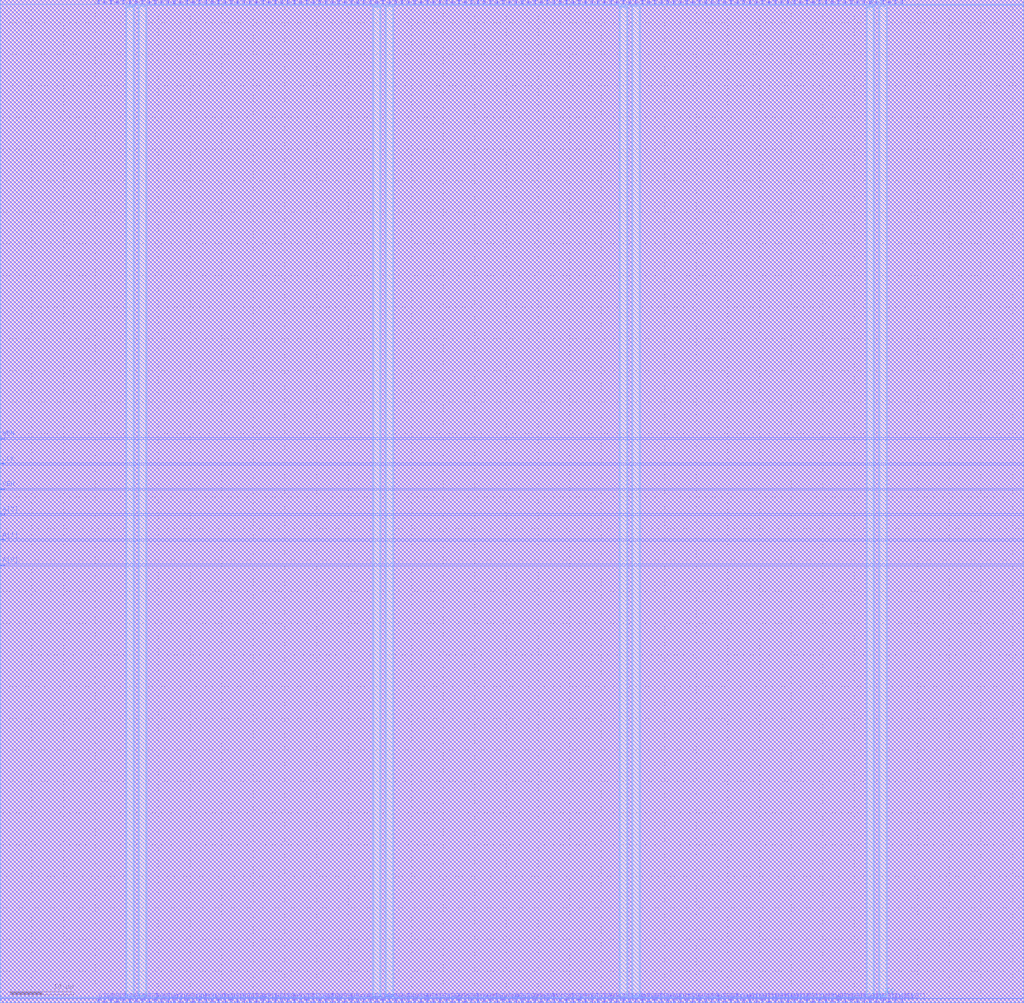
<source format=lef>
##
## LEF for PtnCells ;
## created by Innovus v15.23-s045_1 on Fri Mar  7 01:05:39 2025
##

VERSION 5.8 ;

BUSBITCHARS "[]" ;
DIVIDERCHAR "/" ;

MACRO sram_w16
  CLASS BLOCK ;
  SIZE 161.8000 BY 158.6000 ;
  FOREIGN sram_w16 0.0000 0.0000 ;
  ORIGIN 0 0 ;
  SYMMETRY X Y R90 ;
  PIN CLK
    DIRECTION INPUT ;
    USE SIGNAL ;
    PORT
      LAYER M3 ;
        RECT 0.0000 85.1500 0.6000 85.2500 ;
    END
  END CLK
  PIN D[127]
    DIRECTION INPUT ;
    USE SIGNAL ;
    PORT
      LAYER M2 ;
        RECT 142.4500 0.0000 142.5500 0.5200 ;
    END
  END D[127]
  PIN D[126]
    DIRECTION INPUT ;
    USE SIGNAL ;
    PORT
      LAYER M2 ;
        RECT 141.4500 0.0000 141.5500 0.5200 ;
    END
  END D[126]
  PIN D[125]
    DIRECTION INPUT ;
    USE SIGNAL ;
    PORT
      LAYER M2 ;
        RECT 140.4500 0.0000 140.5500 0.5200 ;
    END
  END D[125]
  PIN D[124]
    DIRECTION INPUT ;
    USE SIGNAL ;
    PORT
      LAYER M2 ;
        RECT 139.4500 0.0000 139.5500 0.5200 ;
    END
  END D[124]
  PIN D[123]
    DIRECTION INPUT ;
    USE SIGNAL ;
    PORT
      LAYER M2 ;
        RECT 138.4500 0.0000 138.5500 0.5200 ;
    END
  END D[123]
  PIN D[122]
    DIRECTION INPUT ;
    USE SIGNAL ;
    PORT
      LAYER M2 ;
        RECT 137.4500 0.0000 137.5500 0.5200 ;
    END
  END D[122]
  PIN D[121]
    DIRECTION INPUT ;
    USE SIGNAL ;
    PORT
      LAYER M2 ;
        RECT 136.4500 0.0000 136.5500 0.5200 ;
    END
  END D[121]
  PIN D[120]
    DIRECTION INPUT ;
    USE SIGNAL ;
    PORT
      LAYER M2 ;
        RECT 135.4500 0.0000 135.5500 0.5200 ;
    END
  END D[120]
  PIN D[119]
    DIRECTION INPUT ;
    USE SIGNAL ;
    PORT
      LAYER M2 ;
        RECT 134.4500 0.0000 134.5500 0.5200 ;
    END
  END D[119]
  PIN D[118]
    DIRECTION INPUT ;
    USE SIGNAL ;
    PORT
      LAYER M2 ;
        RECT 133.4500 0.0000 133.5500 0.5200 ;
    END
  END D[118]
  PIN D[117]
    DIRECTION INPUT ;
    USE SIGNAL ;
    PORT
      LAYER M2 ;
        RECT 132.4500 0.0000 132.5500 0.5200 ;
    END
  END D[117]
  PIN D[116]
    DIRECTION INPUT ;
    USE SIGNAL ;
    PORT
      LAYER M2 ;
        RECT 131.4500 0.0000 131.5500 0.5200 ;
    END
  END D[116]
  PIN D[115]
    DIRECTION INPUT ;
    USE SIGNAL ;
    PORT
      LAYER M2 ;
        RECT 130.4500 0.0000 130.5500 0.5200 ;
    END
  END D[115]
  PIN D[114]
    DIRECTION INPUT ;
    USE SIGNAL ;
    PORT
      LAYER M2 ;
        RECT 129.4500 0.0000 129.5500 0.5200 ;
    END
  END D[114]
  PIN D[113]
    DIRECTION INPUT ;
    USE SIGNAL ;
    PORT
      LAYER M2 ;
        RECT 128.4500 0.0000 128.5500 0.5200 ;
    END
  END D[113]
  PIN D[112]
    DIRECTION INPUT ;
    USE SIGNAL ;
    PORT
      LAYER M2 ;
        RECT 127.4500 0.0000 127.5500 0.5200 ;
    END
  END D[112]
  PIN D[111]
    DIRECTION INPUT ;
    USE SIGNAL ;
    PORT
      LAYER M2 ;
        RECT 126.4500 0.0000 126.5500 0.5200 ;
    END
  END D[111]
  PIN D[110]
    DIRECTION INPUT ;
    USE SIGNAL ;
    PORT
      LAYER M2 ;
        RECT 125.4500 0.0000 125.5500 0.5200 ;
    END
  END D[110]
  PIN D[109]
    DIRECTION INPUT ;
    USE SIGNAL ;
    PORT
      LAYER M2 ;
        RECT 124.4500 0.0000 124.5500 0.5200 ;
    END
  END D[109]
  PIN D[108]
    DIRECTION INPUT ;
    USE SIGNAL ;
    PORT
      LAYER M2 ;
        RECT 123.4500 0.0000 123.5500 0.5200 ;
    END
  END D[108]
  PIN D[107]
    DIRECTION INPUT ;
    USE SIGNAL ;
    PORT
      LAYER M2 ;
        RECT 122.4500 0.0000 122.5500 0.5200 ;
    END
  END D[107]
  PIN D[106]
    DIRECTION INPUT ;
    USE SIGNAL ;
    PORT
      LAYER M2 ;
        RECT 121.4500 0.0000 121.5500 0.5200 ;
    END
  END D[106]
  PIN D[105]
    DIRECTION INPUT ;
    USE SIGNAL ;
    PORT
      LAYER M2 ;
        RECT 120.4500 0.0000 120.5500 0.5200 ;
    END
  END D[105]
  PIN D[104]
    DIRECTION INPUT ;
    USE SIGNAL ;
    PORT
      LAYER M2 ;
        RECT 119.4500 0.0000 119.5500 0.5200 ;
    END
  END D[104]
  PIN D[103]
    DIRECTION INPUT ;
    USE SIGNAL ;
    PORT
      LAYER M2 ;
        RECT 118.4500 0.0000 118.5500 0.5200 ;
    END
  END D[103]
  PIN D[102]
    DIRECTION INPUT ;
    USE SIGNAL ;
    PORT
      LAYER M2 ;
        RECT 117.4500 0.0000 117.5500 0.5200 ;
    END
  END D[102]
  PIN D[101]
    DIRECTION INPUT ;
    USE SIGNAL ;
    PORT
      LAYER M2 ;
        RECT 116.4500 0.0000 116.5500 0.5200 ;
    END
  END D[101]
  PIN D[100]
    DIRECTION INPUT ;
    USE SIGNAL ;
    PORT
      LAYER M2 ;
        RECT 115.4500 0.0000 115.5500 0.5200 ;
    END
  END D[100]
  PIN D[99]
    DIRECTION INPUT ;
    USE SIGNAL ;
    PORT
      LAYER M2 ;
        RECT 114.4500 0.0000 114.5500 0.5200 ;
    END
  END D[99]
  PIN D[98]
    DIRECTION INPUT ;
    USE SIGNAL ;
    PORT
      LAYER M2 ;
        RECT 113.4500 0.0000 113.5500 0.5200 ;
    END
  END D[98]
  PIN D[97]
    DIRECTION INPUT ;
    USE SIGNAL ;
    PORT
      LAYER M2 ;
        RECT 112.4500 0.0000 112.5500 0.5200 ;
    END
  END D[97]
  PIN D[96]
    DIRECTION INPUT ;
    USE SIGNAL ;
    PORT
      LAYER M2 ;
        RECT 111.4500 0.0000 111.5500 0.5200 ;
    END
  END D[96]
  PIN D[95]
    DIRECTION INPUT ;
    USE SIGNAL ;
    PORT
      LAYER M2 ;
        RECT 110.4500 0.0000 110.5500 0.5200 ;
    END
  END D[95]
  PIN D[94]
    DIRECTION INPUT ;
    USE SIGNAL ;
    PORT
      LAYER M2 ;
        RECT 109.4500 0.0000 109.5500 0.5200 ;
    END
  END D[94]
  PIN D[93]
    DIRECTION INPUT ;
    USE SIGNAL ;
    PORT
      LAYER M2 ;
        RECT 108.4500 0.0000 108.5500 0.5200 ;
    END
  END D[93]
  PIN D[92]
    DIRECTION INPUT ;
    USE SIGNAL ;
    PORT
      LAYER M2 ;
        RECT 107.4500 0.0000 107.5500 0.5200 ;
    END
  END D[92]
  PIN D[91]
    DIRECTION INPUT ;
    USE SIGNAL ;
    PORT
      LAYER M2 ;
        RECT 106.4500 0.0000 106.5500 0.5200 ;
    END
  END D[91]
  PIN D[90]
    DIRECTION INPUT ;
    USE SIGNAL ;
    PORT
      LAYER M2 ;
        RECT 105.4500 0.0000 105.5500 0.5200 ;
    END
  END D[90]
  PIN D[89]
    DIRECTION INPUT ;
    USE SIGNAL ;
    PORT
      LAYER M2 ;
        RECT 104.4500 0.0000 104.5500 0.5200 ;
    END
  END D[89]
  PIN D[88]
    DIRECTION INPUT ;
    USE SIGNAL ;
    PORT
      LAYER M2 ;
        RECT 103.4500 0.0000 103.5500 0.5200 ;
    END
  END D[88]
  PIN D[87]
    DIRECTION INPUT ;
    USE SIGNAL ;
    PORT
      LAYER M2 ;
        RECT 102.4500 0.0000 102.5500 0.5200 ;
    END
  END D[87]
  PIN D[86]
    DIRECTION INPUT ;
    USE SIGNAL ;
    PORT
      LAYER M2 ;
        RECT 101.4500 0.0000 101.5500 0.5200 ;
    END
  END D[86]
  PIN D[85]
    DIRECTION INPUT ;
    USE SIGNAL ;
    PORT
      LAYER M2 ;
        RECT 100.4500 0.0000 100.5500 0.5200 ;
    END
  END D[85]
  PIN D[84]
    DIRECTION INPUT ;
    USE SIGNAL ;
    PORT
      LAYER M2 ;
        RECT 99.4500 0.0000 99.5500 0.5200 ;
    END
  END D[84]
  PIN D[83]
    DIRECTION INPUT ;
    USE SIGNAL ;
    PORT
      LAYER M2 ;
        RECT 98.4500 0.0000 98.5500 0.5200 ;
    END
  END D[83]
  PIN D[82]
    DIRECTION INPUT ;
    USE SIGNAL ;
    PORT
      LAYER M2 ;
        RECT 97.4500 0.0000 97.5500 0.5200 ;
    END
  END D[82]
  PIN D[81]
    DIRECTION INPUT ;
    USE SIGNAL ;
    PORT
      LAYER M2 ;
        RECT 96.4500 0.0000 96.5500 0.5200 ;
    END
  END D[81]
  PIN D[80]
    DIRECTION INPUT ;
    USE SIGNAL ;
    PORT
      LAYER M2 ;
        RECT 95.4500 0.0000 95.5500 0.5200 ;
    END
  END D[80]
  PIN D[79]
    DIRECTION INPUT ;
    USE SIGNAL ;
    PORT
      LAYER M2 ;
        RECT 94.4500 0.0000 94.5500 0.5200 ;
    END
  END D[79]
  PIN D[78]
    DIRECTION INPUT ;
    USE SIGNAL ;
    PORT
      LAYER M2 ;
        RECT 93.4500 0.0000 93.5500 0.5200 ;
    END
  END D[78]
  PIN D[77]
    DIRECTION INPUT ;
    USE SIGNAL ;
    PORT
      LAYER M2 ;
        RECT 92.4500 0.0000 92.5500 0.5200 ;
    END
  END D[77]
  PIN D[76]
    DIRECTION INPUT ;
    USE SIGNAL ;
    PORT
      LAYER M2 ;
        RECT 91.4500 0.0000 91.5500 0.5200 ;
    END
  END D[76]
  PIN D[75]
    DIRECTION INPUT ;
    USE SIGNAL ;
    PORT
      LAYER M2 ;
        RECT 90.4500 0.0000 90.5500 0.5200 ;
    END
  END D[75]
  PIN D[74]
    DIRECTION INPUT ;
    USE SIGNAL ;
    PORT
      LAYER M2 ;
        RECT 89.4500 0.0000 89.5500 0.5200 ;
    END
  END D[74]
  PIN D[73]
    DIRECTION INPUT ;
    USE SIGNAL ;
    PORT
      LAYER M2 ;
        RECT 88.4500 0.0000 88.5500 0.5200 ;
    END
  END D[73]
  PIN D[72]
    DIRECTION INPUT ;
    USE SIGNAL ;
    PORT
      LAYER M2 ;
        RECT 87.4500 0.0000 87.5500 0.5200 ;
    END
  END D[72]
  PIN D[71]
    DIRECTION INPUT ;
    USE SIGNAL ;
    PORT
      LAYER M2 ;
        RECT 86.4500 0.0000 86.5500 0.5200 ;
    END
  END D[71]
  PIN D[70]
    DIRECTION INPUT ;
    USE SIGNAL ;
    PORT
      LAYER M2 ;
        RECT 85.4500 0.0000 85.5500 0.5200 ;
    END
  END D[70]
  PIN D[69]
    DIRECTION INPUT ;
    USE SIGNAL ;
    PORT
      LAYER M2 ;
        RECT 84.4500 0.0000 84.5500 0.5200 ;
    END
  END D[69]
  PIN D[68]
    DIRECTION INPUT ;
    USE SIGNAL ;
    PORT
      LAYER M2 ;
        RECT 83.4500 0.0000 83.5500 0.5200 ;
    END
  END D[68]
  PIN D[67]
    DIRECTION INPUT ;
    USE SIGNAL ;
    PORT
      LAYER M2 ;
        RECT 82.4500 0.0000 82.5500 0.5200 ;
    END
  END D[67]
  PIN D[66]
    DIRECTION INPUT ;
    USE SIGNAL ;
    PORT
      LAYER M2 ;
        RECT 81.4500 0.0000 81.5500 0.5200 ;
    END
  END D[66]
  PIN D[65]
    DIRECTION INPUT ;
    USE SIGNAL ;
    PORT
      LAYER M2 ;
        RECT 80.4500 0.0000 80.5500 0.5200 ;
    END
  END D[65]
  PIN D[64]
    DIRECTION INPUT ;
    USE SIGNAL ;
    PORT
      LAYER M2 ;
        RECT 79.4500 0.0000 79.5500 0.5200 ;
    END
  END D[64]
  PIN D[63]
    DIRECTION INPUT ;
    USE SIGNAL ;
    PORT
      LAYER M2 ;
        RECT 78.4500 0.0000 78.5500 0.5200 ;
    END
  END D[63]
  PIN D[62]
    DIRECTION INPUT ;
    USE SIGNAL ;
    PORT
      LAYER M2 ;
        RECT 77.4500 0.0000 77.5500 0.5200 ;
    END
  END D[62]
  PIN D[61]
    DIRECTION INPUT ;
    USE SIGNAL ;
    PORT
      LAYER M2 ;
        RECT 76.4500 0.0000 76.5500 0.5200 ;
    END
  END D[61]
  PIN D[60]
    DIRECTION INPUT ;
    USE SIGNAL ;
    PORT
      LAYER M2 ;
        RECT 75.4500 0.0000 75.5500 0.5200 ;
    END
  END D[60]
  PIN D[59]
    DIRECTION INPUT ;
    USE SIGNAL ;
    PORT
      LAYER M2 ;
        RECT 74.4500 0.0000 74.5500 0.5200 ;
    END
  END D[59]
  PIN D[58]
    DIRECTION INPUT ;
    USE SIGNAL ;
    PORT
      LAYER M2 ;
        RECT 73.4500 0.0000 73.5500 0.5200 ;
    END
  END D[58]
  PIN D[57]
    DIRECTION INPUT ;
    USE SIGNAL ;
    PORT
      LAYER M2 ;
        RECT 72.4500 0.0000 72.5500 0.5200 ;
    END
  END D[57]
  PIN D[56]
    DIRECTION INPUT ;
    USE SIGNAL ;
    PORT
      LAYER M2 ;
        RECT 71.4500 0.0000 71.5500 0.5200 ;
    END
  END D[56]
  PIN D[55]
    DIRECTION INPUT ;
    USE SIGNAL ;
    PORT
      LAYER M2 ;
        RECT 70.4500 0.0000 70.5500 0.5200 ;
    END
  END D[55]
  PIN D[54]
    DIRECTION INPUT ;
    USE SIGNAL ;
    PORT
      LAYER M2 ;
        RECT 69.4500 0.0000 69.5500 0.5200 ;
    END
  END D[54]
  PIN D[53]
    DIRECTION INPUT ;
    USE SIGNAL ;
    PORT
      LAYER M2 ;
        RECT 68.4500 0.0000 68.5500 0.5200 ;
    END
  END D[53]
  PIN D[52]
    DIRECTION INPUT ;
    USE SIGNAL ;
    PORT
      LAYER M2 ;
        RECT 67.4500 0.0000 67.5500 0.5200 ;
    END
  END D[52]
  PIN D[51]
    DIRECTION INPUT ;
    USE SIGNAL ;
    PORT
      LAYER M2 ;
        RECT 66.4500 0.0000 66.5500 0.5200 ;
    END
  END D[51]
  PIN D[50]
    DIRECTION INPUT ;
    USE SIGNAL ;
    PORT
      LAYER M2 ;
        RECT 65.4500 0.0000 65.5500 0.5200 ;
    END
  END D[50]
  PIN D[49]
    DIRECTION INPUT ;
    USE SIGNAL ;
    PORT
      LAYER M2 ;
        RECT 64.4500 0.0000 64.5500 0.5200 ;
    END
  END D[49]
  PIN D[48]
    DIRECTION INPUT ;
    USE SIGNAL ;
    PORT
      LAYER M2 ;
        RECT 63.4500 0.0000 63.5500 0.5200 ;
    END
  END D[48]
  PIN D[47]
    DIRECTION INPUT ;
    USE SIGNAL ;
    PORT
      LAYER M2 ;
        RECT 62.4500 0.0000 62.5500 0.5200 ;
    END
  END D[47]
  PIN D[46]
    DIRECTION INPUT ;
    USE SIGNAL ;
    PORT
      LAYER M2 ;
        RECT 61.4500 0.0000 61.5500 0.5200 ;
    END
  END D[46]
  PIN D[45]
    DIRECTION INPUT ;
    USE SIGNAL ;
    PORT
      LAYER M2 ;
        RECT 60.4500 0.0000 60.5500 0.5200 ;
    END
  END D[45]
  PIN D[44]
    DIRECTION INPUT ;
    USE SIGNAL ;
    PORT
      LAYER M2 ;
        RECT 59.4500 0.0000 59.5500 0.5200 ;
    END
  END D[44]
  PIN D[43]
    DIRECTION INPUT ;
    USE SIGNAL ;
    PORT
      LAYER M2 ;
        RECT 58.4500 0.0000 58.5500 0.5200 ;
    END
  END D[43]
  PIN D[42]
    DIRECTION INPUT ;
    USE SIGNAL ;
    PORT
      LAYER M2 ;
        RECT 57.4500 0.0000 57.5500 0.5200 ;
    END
  END D[42]
  PIN D[41]
    DIRECTION INPUT ;
    USE SIGNAL ;
    PORT
      LAYER M2 ;
        RECT 56.4500 0.0000 56.5500 0.5200 ;
    END
  END D[41]
  PIN D[40]
    DIRECTION INPUT ;
    USE SIGNAL ;
    PORT
      LAYER M2 ;
        RECT 55.4500 0.0000 55.5500 0.5200 ;
    END
  END D[40]
  PIN D[39]
    DIRECTION INPUT ;
    USE SIGNAL ;
    PORT
      LAYER M2 ;
        RECT 54.4500 0.0000 54.5500 0.5200 ;
    END
  END D[39]
  PIN D[38]
    DIRECTION INPUT ;
    USE SIGNAL ;
    PORT
      LAYER M2 ;
        RECT 53.4500 0.0000 53.5500 0.5200 ;
    END
  END D[38]
  PIN D[37]
    DIRECTION INPUT ;
    USE SIGNAL ;
    PORT
      LAYER M2 ;
        RECT 52.4500 0.0000 52.5500 0.5200 ;
    END
  END D[37]
  PIN D[36]
    DIRECTION INPUT ;
    USE SIGNAL ;
    PORT
      LAYER M2 ;
        RECT 51.4500 0.0000 51.5500 0.5200 ;
    END
  END D[36]
  PIN D[35]
    DIRECTION INPUT ;
    USE SIGNAL ;
    PORT
      LAYER M2 ;
        RECT 50.4500 0.0000 50.5500 0.5200 ;
    END
  END D[35]
  PIN D[34]
    DIRECTION INPUT ;
    USE SIGNAL ;
    PORT
      LAYER M2 ;
        RECT 49.4500 0.0000 49.5500 0.5200 ;
    END
  END D[34]
  PIN D[33]
    DIRECTION INPUT ;
    USE SIGNAL ;
    PORT
      LAYER M2 ;
        RECT 48.4500 0.0000 48.5500 0.5200 ;
    END
  END D[33]
  PIN D[32]
    DIRECTION INPUT ;
    USE SIGNAL ;
    PORT
      LAYER M2 ;
        RECT 47.4500 0.0000 47.5500 0.5200 ;
    END
  END D[32]
  PIN D[31]
    DIRECTION INPUT ;
    USE SIGNAL ;
    PORT
      LAYER M2 ;
        RECT 46.4500 0.0000 46.5500 0.5200 ;
    END
  END D[31]
  PIN D[30]
    DIRECTION INPUT ;
    USE SIGNAL ;
    PORT
      LAYER M2 ;
        RECT 45.4500 0.0000 45.5500 0.5200 ;
    END
  END D[30]
  PIN D[29]
    DIRECTION INPUT ;
    USE SIGNAL ;
    PORT
      LAYER M2 ;
        RECT 44.4500 0.0000 44.5500 0.5200 ;
    END
  END D[29]
  PIN D[28]
    DIRECTION INPUT ;
    USE SIGNAL ;
    PORT
      LAYER M2 ;
        RECT 43.4500 0.0000 43.5500 0.5200 ;
    END
  END D[28]
  PIN D[27]
    DIRECTION INPUT ;
    USE SIGNAL ;
    PORT
      LAYER M2 ;
        RECT 42.4500 0.0000 42.5500 0.5200 ;
    END
  END D[27]
  PIN D[26]
    DIRECTION INPUT ;
    USE SIGNAL ;
    PORT
      LAYER M2 ;
        RECT 41.4500 0.0000 41.5500 0.5200 ;
    END
  END D[26]
  PIN D[25]
    DIRECTION INPUT ;
    USE SIGNAL ;
    PORT
      LAYER M2 ;
        RECT 40.4500 0.0000 40.5500 0.5200 ;
    END
  END D[25]
  PIN D[24]
    DIRECTION INPUT ;
    USE SIGNAL ;
    PORT
      LAYER M2 ;
        RECT 39.4500 0.0000 39.5500 0.5200 ;
    END
  END D[24]
  PIN D[23]
    DIRECTION INPUT ;
    USE SIGNAL ;
    PORT
      LAYER M2 ;
        RECT 38.4500 0.0000 38.5500 0.5200 ;
    END
  END D[23]
  PIN D[22]
    DIRECTION INPUT ;
    USE SIGNAL ;
    PORT
      LAYER M2 ;
        RECT 37.4500 0.0000 37.5500 0.5200 ;
    END
  END D[22]
  PIN D[21]
    DIRECTION INPUT ;
    USE SIGNAL ;
    PORT
      LAYER M2 ;
        RECT 36.4500 0.0000 36.5500 0.5200 ;
    END
  END D[21]
  PIN D[20]
    DIRECTION INPUT ;
    USE SIGNAL ;
    PORT
      LAYER M2 ;
        RECT 35.4500 0.0000 35.5500 0.5200 ;
    END
  END D[20]
  PIN D[19]
    DIRECTION INPUT ;
    USE SIGNAL ;
    PORT
      LAYER M2 ;
        RECT 34.4500 0.0000 34.5500 0.5200 ;
    END
  END D[19]
  PIN D[18]
    DIRECTION INPUT ;
    USE SIGNAL ;
    PORT
      LAYER M2 ;
        RECT 33.4500 0.0000 33.5500 0.5200 ;
    END
  END D[18]
  PIN D[17]
    DIRECTION INPUT ;
    USE SIGNAL ;
    PORT
      LAYER M2 ;
        RECT 32.4500 0.0000 32.5500 0.5200 ;
    END
  END D[17]
  PIN D[16]
    DIRECTION INPUT ;
    USE SIGNAL ;
    PORT
      LAYER M2 ;
        RECT 31.4500 0.0000 31.5500 0.5200 ;
    END
  END D[16]
  PIN D[15]
    DIRECTION INPUT ;
    USE SIGNAL ;
    PORT
      LAYER M2 ;
        RECT 30.4500 0.0000 30.5500 0.5200 ;
    END
  END D[15]
  PIN D[14]
    DIRECTION INPUT ;
    USE SIGNAL ;
    PORT
      LAYER M2 ;
        RECT 29.4500 0.0000 29.5500 0.5200 ;
    END
  END D[14]
  PIN D[13]
    DIRECTION INPUT ;
    USE SIGNAL ;
    PORT
      LAYER M2 ;
        RECT 28.4500 0.0000 28.5500 0.5200 ;
    END
  END D[13]
  PIN D[12]
    DIRECTION INPUT ;
    USE SIGNAL ;
    PORT
      LAYER M2 ;
        RECT 27.4500 0.0000 27.5500 0.5200 ;
    END
  END D[12]
  PIN D[11]
    DIRECTION INPUT ;
    USE SIGNAL ;
    PORT
      LAYER M2 ;
        RECT 26.4500 0.0000 26.5500 0.5200 ;
    END
  END D[11]
  PIN D[10]
    DIRECTION INPUT ;
    USE SIGNAL ;
    PORT
      LAYER M2 ;
        RECT 25.4500 0.0000 25.5500 0.5200 ;
    END
  END D[10]
  PIN D[9]
    DIRECTION INPUT ;
    USE SIGNAL ;
    PORT
      LAYER M2 ;
        RECT 24.4500 0.0000 24.5500 0.5200 ;
    END
  END D[9]
  PIN D[8]
    DIRECTION INPUT ;
    USE SIGNAL ;
    PORT
      LAYER M2 ;
        RECT 23.4500 0.0000 23.5500 0.5200 ;
    END
  END D[8]
  PIN D[7]
    DIRECTION INPUT ;
    USE SIGNAL ;
    PORT
      LAYER M2 ;
        RECT 22.4500 0.0000 22.5500 0.5200 ;
    END
  END D[7]
  PIN D[6]
    DIRECTION INPUT ;
    USE SIGNAL ;
    PORT
      LAYER M2 ;
        RECT 21.4500 0.0000 21.5500 0.5200 ;
    END
  END D[6]
  PIN D[5]
    DIRECTION INPUT ;
    USE SIGNAL ;
    PORT
      LAYER M2 ;
        RECT 20.4500 0.0000 20.5500 0.5200 ;
    END
  END D[5]
  PIN D[4]
    DIRECTION INPUT ;
    USE SIGNAL ;
    PORT
      LAYER M2 ;
        RECT 19.4500 0.0000 19.5500 0.5200 ;
    END
  END D[4]
  PIN D[3]
    DIRECTION INPUT ;
    USE SIGNAL ;
    PORT
      LAYER M2 ;
        RECT 18.4500 0.0000 18.5500 0.5200 ;
    END
  END D[3]
  PIN D[2]
    DIRECTION INPUT ;
    USE SIGNAL ;
    PORT
      LAYER M2 ;
        RECT 17.4500 0.0000 17.5500 0.5200 ;
    END
  END D[2]
  PIN D[1]
    DIRECTION INPUT ;
    USE SIGNAL ;
    PORT
      LAYER M2 ;
        RECT 16.4500 0.0000 16.5500 0.5200 ;
    END
  END D[1]
  PIN D[0]
    DIRECTION INPUT ;
    USE SIGNAL ;
    PORT
      LAYER M2 ;
        RECT 15.4500 0.0000 15.5500 0.5200 ;
    END
  END D[0]
  PIN Q[127]
    DIRECTION OUTPUT ;
    USE SIGNAL ;
    PORT
      LAYER M2 ;
        RECT 142.4500 158.0000 142.5500 158.6000 ;
    END
  END Q[127]
  PIN Q[126]
    DIRECTION OUTPUT ;
    USE SIGNAL ;
    PORT
      LAYER M2 ;
        RECT 141.4500 158.0000 141.5500 158.6000 ;
    END
  END Q[126]
  PIN Q[125]
    DIRECTION OUTPUT ;
    USE SIGNAL ;
    PORT
      LAYER M2 ;
        RECT 140.4500 158.0000 140.5500 158.6000 ;
    END
  END Q[125]
  PIN Q[124]
    DIRECTION OUTPUT ;
    USE SIGNAL ;
    PORT
      LAYER M2 ;
        RECT 139.4500 158.0000 139.5500 158.6000 ;
    END
  END Q[124]
  PIN Q[123]
    DIRECTION OUTPUT ;
    USE SIGNAL ;
    PORT
      LAYER M2 ;
        RECT 138.4500 158.0000 138.5500 158.6000 ;
    END
  END Q[123]
  PIN Q[122]
    DIRECTION OUTPUT ;
    USE SIGNAL ;
    PORT
      LAYER M2 ;
        RECT 137.4500 158.0000 137.5500 158.6000 ;
    END
  END Q[122]
  PIN Q[121]
    DIRECTION OUTPUT ;
    USE SIGNAL ;
    PORT
      LAYER M2 ;
        RECT 136.4500 158.0000 136.5500 158.6000 ;
    END
  END Q[121]
  PIN Q[120]
    DIRECTION OUTPUT ;
    USE SIGNAL ;
    PORT
      LAYER M2 ;
        RECT 135.4500 158.0000 135.5500 158.6000 ;
    END
  END Q[120]
  PIN Q[119]
    DIRECTION OUTPUT ;
    USE SIGNAL ;
    PORT
      LAYER M2 ;
        RECT 134.4500 158.0000 134.5500 158.6000 ;
    END
  END Q[119]
  PIN Q[118]
    DIRECTION OUTPUT ;
    USE SIGNAL ;
    PORT
      LAYER M2 ;
        RECT 133.4500 158.0000 133.5500 158.6000 ;
    END
  END Q[118]
  PIN Q[117]
    DIRECTION OUTPUT ;
    USE SIGNAL ;
    PORT
      LAYER M2 ;
        RECT 132.4500 158.0000 132.5500 158.6000 ;
    END
  END Q[117]
  PIN Q[116]
    DIRECTION OUTPUT ;
    USE SIGNAL ;
    PORT
      LAYER M2 ;
        RECT 131.4500 158.0000 131.5500 158.6000 ;
    END
  END Q[116]
  PIN Q[115]
    DIRECTION OUTPUT ;
    USE SIGNAL ;
    PORT
      LAYER M2 ;
        RECT 130.4500 158.0000 130.5500 158.6000 ;
    END
  END Q[115]
  PIN Q[114]
    DIRECTION OUTPUT ;
    USE SIGNAL ;
    PORT
      LAYER M2 ;
        RECT 129.4500 158.0000 129.5500 158.6000 ;
    END
  END Q[114]
  PIN Q[113]
    DIRECTION OUTPUT ;
    USE SIGNAL ;
    PORT
      LAYER M2 ;
        RECT 128.4500 158.0000 128.5500 158.6000 ;
    END
  END Q[113]
  PIN Q[112]
    DIRECTION OUTPUT ;
    USE SIGNAL ;
    PORT
      LAYER M2 ;
        RECT 127.4500 158.0000 127.5500 158.6000 ;
    END
  END Q[112]
  PIN Q[111]
    DIRECTION OUTPUT ;
    USE SIGNAL ;
    PORT
      LAYER M2 ;
        RECT 126.4500 158.0000 126.5500 158.6000 ;
    END
  END Q[111]
  PIN Q[110]
    DIRECTION OUTPUT ;
    USE SIGNAL ;
    PORT
      LAYER M2 ;
        RECT 125.4500 158.0000 125.5500 158.6000 ;
    END
  END Q[110]
  PIN Q[109]
    DIRECTION OUTPUT ;
    USE SIGNAL ;
    PORT
      LAYER M2 ;
        RECT 124.4500 158.0000 124.5500 158.6000 ;
    END
  END Q[109]
  PIN Q[108]
    DIRECTION OUTPUT ;
    USE SIGNAL ;
    PORT
      LAYER M2 ;
        RECT 123.4500 158.0000 123.5500 158.6000 ;
    END
  END Q[108]
  PIN Q[107]
    DIRECTION OUTPUT ;
    USE SIGNAL ;
    PORT
      LAYER M2 ;
        RECT 122.4500 158.0000 122.5500 158.6000 ;
    END
  END Q[107]
  PIN Q[106]
    DIRECTION OUTPUT ;
    USE SIGNAL ;
    PORT
      LAYER M2 ;
        RECT 121.4500 158.0000 121.5500 158.6000 ;
    END
  END Q[106]
  PIN Q[105]
    DIRECTION OUTPUT ;
    USE SIGNAL ;
    PORT
      LAYER M2 ;
        RECT 120.4500 158.0000 120.5500 158.6000 ;
    END
  END Q[105]
  PIN Q[104]
    DIRECTION OUTPUT ;
    USE SIGNAL ;
    PORT
      LAYER M2 ;
        RECT 119.4500 158.0000 119.5500 158.6000 ;
    END
  END Q[104]
  PIN Q[103]
    DIRECTION OUTPUT ;
    USE SIGNAL ;
    PORT
      LAYER M2 ;
        RECT 118.4500 158.0000 118.5500 158.6000 ;
    END
  END Q[103]
  PIN Q[102]
    DIRECTION OUTPUT ;
    USE SIGNAL ;
    PORT
      LAYER M2 ;
        RECT 117.4500 158.0000 117.5500 158.6000 ;
    END
  END Q[102]
  PIN Q[101]
    DIRECTION OUTPUT ;
    USE SIGNAL ;
    PORT
      LAYER M2 ;
        RECT 116.4500 158.0000 116.5500 158.6000 ;
    END
  END Q[101]
  PIN Q[100]
    DIRECTION OUTPUT ;
    USE SIGNAL ;
    PORT
      LAYER M2 ;
        RECT 115.4500 158.0000 115.5500 158.6000 ;
    END
  END Q[100]
  PIN Q[99]
    DIRECTION OUTPUT ;
    USE SIGNAL ;
    PORT
      LAYER M2 ;
        RECT 114.4500 158.0000 114.5500 158.6000 ;
    END
  END Q[99]
  PIN Q[98]
    DIRECTION OUTPUT ;
    USE SIGNAL ;
    PORT
      LAYER M2 ;
        RECT 113.4500 158.0000 113.5500 158.6000 ;
    END
  END Q[98]
  PIN Q[97]
    DIRECTION OUTPUT ;
    USE SIGNAL ;
    PORT
      LAYER M2 ;
        RECT 112.4500 158.0000 112.5500 158.6000 ;
    END
  END Q[97]
  PIN Q[96]
    DIRECTION OUTPUT ;
    USE SIGNAL ;
    PORT
      LAYER M2 ;
        RECT 111.4500 158.0000 111.5500 158.6000 ;
    END
  END Q[96]
  PIN Q[95]
    DIRECTION OUTPUT ;
    USE SIGNAL ;
    PORT
      LAYER M2 ;
        RECT 110.4500 158.0000 110.5500 158.6000 ;
    END
  END Q[95]
  PIN Q[94]
    DIRECTION OUTPUT ;
    USE SIGNAL ;
    PORT
      LAYER M2 ;
        RECT 109.4500 158.0000 109.5500 158.6000 ;
    END
  END Q[94]
  PIN Q[93]
    DIRECTION OUTPUT ;
    USE SIGNAL ;
    PORT
      LAYER M2 ;
        RECT 108.4500 158.0000 108.5500 158.6000 ;
    END
  END Q[93]
  PIN Q[92]
    DIRECTION OUTPUT ;
    USE SIGNAL ;
    PORT
      LAYER M2 ;
        RECT 107.4500 158.0000 107.5500 158.6000 ;
    END
  END Q[92]
  PIN Q[91]
    DIRECTION OUTPUT ;
    USE SIGNAL ;
    PORT
      LAYER M2 ;
        RECT 106.4500 158.0000 106.5500 158.6000 ;
    END
  END Q[91]
  PIN Q[90]
    DIRECTION OUTPUT ;
    USE SIGNAL ;
    PORT
      LAYER M2 ;
        RECT 105.4500 158.0000 105.5500 158.6000 ;
    END
  END Q[90]
  PIN Q[89]
    DIRECTION OUTPUT ;
    USE SIGNAL ;
    PORT
      LAYER M2 ;
        RECT 104.4500 158.0000 104.5500 158.6000 ;
    END
  END Q[89]
  PIN Q[88]
    DIRECTION OUTPUT ;
    USE SIGNAL ;
    PORT
      LAYER M2 ;
        RECT 103.4500 158.0000 103.5500 158.6000 ;
    END
  END Q[88]
  PIN Q[87]
    DIRECTION OUTPUT ;
    USE SIGNAL ;
    PORT
      LAYER M2 ;
        RECT 102.4500 158.0000 102.5500 158.6000 ;
    END
  END Q[87]
  PIN Q[86]
    DIRECTION OUTPUT ;
    USE SIGNAL ;
    PORT
      LAYER M2 ;
        RECT 101.4500 158.0000 101.5500 158.6000 ;
    END
  END Q[86]
  PIN Q[85]
    DIRECTION OUTPUT ;
    USE SIGNAL ;
    PORT
      LAYER M2 ;
        RECT 100.4500 158.0000 100.5500 158.6000 ;
    END
  END Q[85]
  PIN Q[84]
    DIRECTION OUTPUT ;
    USE SIGNAL ;
    PORT
      LAYER M2 ;
        RECT 99.4500 158.0000 99.5500 158.6000 ;
    END
  END Q[84]
  PIN Q[83]
    DIRECTION OUTPUT ;
    USE SIGNAL ;
    PORT
      LAYER M2 ;
        RECT 98.4500 158.0000 98.5500 158.6000 ;
    END
  END Q[83]
  PIN Q[82]
    DIRECTION OUTPUT ;
    USE SIGNAL ;
    PORT
      LAYER M2 ;
        RECT 97.4500 158.0000 97.5500 158.6000 ;
    END
  END Q[82]
  PIN Q[81]
    DIRECTION OUTPUT ;
    USE SIGNAL ;
    PORT
      LAYER M2 ;
        RECT 96.4500 158.0000 96.5500 158.6000 ;
    END
  END Q[81]
  PIN Q[80]
    DIRECTION OUTPUT ;
    USE SIGNAL ;
    PORT
      LAYER M2 ;
        RECT 95.4500 158.0000 95.5500 158.6000 ;
    END
  END Q[80]
  PIN Q[79]
    DIRECTION OUTPUT ;
    USE SIGNAL ;
    PORT
      LAYER M2 ;
        RECT 94.4500 158.0000 94.5500 158.6000 ;
    END
  END Q[79]
  PIN Q[78]
    DIRECTION OUTPUT ;
    USE SIGNAL ;
    PORT
      LAYER M2 ;
        RECT 93.4500 158.0000 93.5500 158.6000 ;
    END
  END Q[78]
  PIN Q[77]
    DIRECTION OUTPUT ;
    USE SIGNAL ;
    PORT
      LAYER M2 ;
        RECT 92.4500 158.0000 92.5500 158.6000 ;
    END
  END Q[77]
  PIN Q[76]
    DIRECTION OUTPUT ;
    USE SIGNAL ;
    PORT
      LAYER M2 ;
        RECT 91.4500 158.0000 91.5500 158.6000 ;
    END
  END Q[76]
  PIN Q[75]
    DIRECTION OUTPUT ;
    USE SIGNAL ;
    PORT
      LAYER M2 ;
        RECT 90.4500 158.0000 90.5500 158.6000 ;
    END
  END Q[75]
  PIN Q[74]
    DIRECTION OUTPUT ;
    USE SIGNAL ;
    PORT
      LAYER M2 ;
        RECT 89.4500 158.0000 89.5500 158.6000 ;
    END
  END Q[74]
  PIN Q[73]
    DIRECTION OUTPUT ;
    USE SIGNAL ;
    PORT
      LAYER M2 ;
        RECT 88.4500 158.0000 88.5500 158.6000 ;
    END
  END Q[73]
  PIN Q[72]
    DIRECTION OUTPUT ;
    USE SIGNAL ;
    PORT
      LAYER M2 ;
        RECT 87.4500 158.0000 87.5500 158.6000 ;
    END
  END Q[72]
  PIN Q[71]
    DIRECTION OUTPUT ;
    USE SIGNAL ;
    PORT
      LAYER M2 ;
        RECT 86.4500 158.0000 86.5500 158.6000 ;
    END
  END Q[71]
  PIN Q[70]
    DIRECTION OUTPUT ;
    USE SIGNAL ;
    PORT
      LAYER M2 ;
        RECT 85.4500 158.0000 85.5500 158.6000 ;
    END
  END Q[70]
  PIN Q[69]
    DIRECTION OUTPUT ;
    USE SIGNAL ;
    PORT
      LAYER M2 ;
        RECT 84.4500 158.0000 84.5500 158.6000 ;
    END
  END Q[69]
  PIN Q[68]
    DIRECTION OUTPUT ;
    USE SIGNAL ;
    PORT
      LAYER M2 ;
        RECT 83.4500 158.0000 83.5500 158.6000 ;
    END
  END Q[68]
  PIN Q[67]
    DIRECTION OUTPUT ;
    USE SIGNAL ;
    PORT
      LAYER M2 ;
        RECT 82.4500 158.0000 82.5500 158.6000 ;
    END
  END Q[67]
  PIN Q[66]
    DIRECTION OUTPUT ;
    USE SIGNAL ;
    PORT
      LAYER M2 ;
        RECT 81.4500 158.0000 81.5500 158.6000 ;
    END
  END Q[66]
  PIN Q[65]
    DIRECTION OUTPUT ;
    USE SIGNAL ;
    PORT
      LAYER M2 ;
        RECT 80.4500 158.0000 80.5500 158.6000 ;
    END
  END Q[65]
  PIN Q[64]
    DIRECTION OUTPUT ;
    USE SIGNAL ;
    PORT
      LAYER M2 ;
        RECT 79.4500 158.0000 79.5500 158.6000 ;
    END
  END Q[64]
  PIN Q[63]
    DIRECTION OUTPUT ;
    USE SIGNAL ;
    PORT
      LAYER M2 ;
        RECT 78.4500 158.0000 78.5500 158.6000 ;
    END
  END Q[63]
  PIN Q[62]
    DIRECTION OUTPUT ;
    USE SIGNAL ;
    PORT
      LAYER M2 ;
        RECT 77.4500 158.0000 77.5500 158.6000 ;
    END
  END Q[62]
  PIN Q[61]
    DIRECTION OUTPUT ;
    USE SIGNAL ;
    PORT
      LAYER M2 ;
        RECT 76.4500 158.0000 76.5500 158.6000 ;
    END
  END Q[61]
  PIN Q[60]
    DIRECTION OUTPUT ;
    USE SIGNAL ;
    PORT
      LAYER M2 ;
        RECT 75.4500 158.0000 75.5500 158.6000 ;
    END
  END Q[60]
  PIN Q[59]
    DIRECTION OUTPUT ;
    USE SIGNAL ;
    PORT
      LAYER M2 ;
        RECT 74.4500 158.0000 74.5500 158.6000 ;
    END
  END Q[59]
  PIN Q[58]
    DIRECTION OUTPUT ;
    USE SIGNAL ;
    PORT
      LAYER M2 ;
        RECT 73.4500 158.0000 73.5500 158.6000 ;
    END
  END Q[58]
  PIN Q[57]
    DIRECTION OUTPUT ;
    USE SIGNAL ;
    PORT
      LAYER M2 ;
        RECT 72.4500 158.0000 72.5500 158.6000 ;
    END
  END Q[57]
  PIN Q[56]
    DIRECTION OUTPUT ;
    USE SIGNAL ;
    PORT
      LAYER M2 ;
        RECT 71.4500 158.0000 71.5500 158.6000 ;
    END
  END Q[56]
  PIN Q[55]
    DIRECTION OUTPUT ;
    USE SIGNAL ;
    PORT
      LAYER M2 ;
        RECT 70.4500 158.0000 70.5500 158.6000 ;
    END
  END Q[55]
  PIN Q[54]
    DIRECTION OUTPUT ;
    USE SIGNAL ;
    PORT
      LAYER M2 ;
        RECT 69.4500 158.0000 69.5500 158.6000 ;
    END
  END Q[54]
  PIN Q[53]
    DIRECTION OUTPUT ;
    USE SIGNAL ;
    PORT
      LAYER M2 ;
        RECT 68.4500 158.0000 68.5500 158.6000 ;
    END
  END Q[53]
  PIN Q[52]
    DIRECTION OUTPUT ;
    USE SIGNAL ;
    PORT
      LAYER M2 ;
        RECT 67.4500 158.0000 67.5500 158.6000 ;
    END
  END Q[52]
  PIN Q[51]
    DIRECTION OUTPUT ;
    USE SIGNAL ;
    PORT
      LAYER M2 ;
        RECT 66.4500 158.0000 66.5500 158.6000 ;
    END
  END Q[51]
  PIN Q[50]
    DIRECTION OUTPUT ;
    USE SIGNAL ;
    PORT
      LAYER M2 ;
        RECT 65.4500 158.0000 65.5500 158.6000 ;
    END
  END Q[50]
  PIN Q[49]
    DIRECTION OUTPUT ;
    USE SIGNAL ;
    PORT
      LAYER M2 ;
        RECT 64.4500 158.0000 64.5500 158.6000 ;
    END
  END Q[49]
  PIN Q[48]
    DIRECTION OUTPUT ;
    USE SIGNAL ;
    PORT
      LAYER M2 ;
        RECT 63.4500 158.0000 63.5500 158.6000 ;
    END
  END Q[48]
  PIN Q[47]
    DIRECTION OUTPUT ;
    USE SIGNAL ;
    PORT
      LAYER M2 ;
        RECT 62.4500 158.0000 62.5500 158.6000 ;
    END
  END Q[47]
  PIN Q[46]
    DIRECTION OUTPUT ;
    USE SIGNAL ;
    PORT
      LAYER M2 ;
        RECT 61.4500 158.0000 61.5500 158.6000 ;
    END
  END Q[46]
  PIN Q[45]
    DIRECTION OUTPUT ;
    USE SIGNAL ;
    PORT
      LAYER M2 ;
        RECT 60.4500 158.0000 60.5500 158.6000 ;
    END
  END Q[45]
  PIN Q[44]
    DIRECTION OUTPUT ;
    USE SIGNAL ;
    PORT
      LAYER M2 ;
        RECT 59.4500 158.0000 59.5500 158.6000 ;
    END
  END Q[44]
  PIN Q[43]
    DIRECTION OUTPUT ;
    USE SIGNAL ;
    PORT
      LAYER M2 ;
        RECT 58.4500 158.0000 58.5500 158.6000 ;
    END
  END Q[43]
  PIN Q[42]
    DIRECTION OUTPUT ;
    USE SIGNAL ;
    PORT
      LAYER M2 ;
        RECT 57.4500 158.0000 57.5500 158.6000 ;
    END
  END Q[42]
  PIN Q[41]
    DIRECTION OUTPUT ;
    USE SIGNAL ;
    PORT
      LAYER M2 ;
        RECT 56.4500 158.0000 56.5500 158.6000 ;
    END
  END Q[41]
  PIN Q[40]
    DIRECTION OUTPUT ;
    USE SIGNAL ;
    PORT
      LAYER M2 ;
        RECT 55.4500 158.0000 55.5500 158.6000 ;
    END
  END Q[40]
  PIN Q[39]
    DIRECTION OUTPUT ;
    USE SIGNAL ;
    PORT
      LAYER M2 ;
        RECT 54.4500 158.0000 54.5500 158.6000 ;
    END
  END Q[39]
  PIN Q[38]
    DIRECTION OUTPUT ;
    USE SIGNAL ;
    PORT
      LAYER M2 ;
        RECT 53.4500 158.0000 53.5500 158.6000 ;
    END
  END Q[38]
  PIN Q[37]
    DIRECTION OUTPUT ;
    USE SIGNAL ;
    PORT
      LAYER M2 ;
        RECT 52.4500 158.0000 52.5500 158.6000 ;
    END
  END Q[37]
  PIN Q[36]
    DIRECTION OUTPUT ;
    USE SIGNAL ;
    PORT
      LAYER M2 ;
        RECT 51.4500 158.0000 51.5500 158.6000 ;
    END
  END Q[36]
  PIN Q[35]
    DIRECTION OUTPUT ;
    USE SIGNAL ;
    PORT
      LAYER M2 ;
        RECT 50.4500 158.0000 50.5500 158.6000 ;
    END
  END Q[35]
  PIN Q[34]
    DIRECTION OUTPUT ;
    USE SIGNAL ;
    PORT
      LAYER M2 ;
        RECT 49.4500 158.0000 49.5500 158.6000 ;
    END
  END Q[34]
  PIN Q[33]
    DIRECTION OUTPUT ;
    USE SIGNAL ;
    PORT
      LAYER M2 ;
        RECT 48.4500 158.0000 48.5500 158.6000 ;
    END
  END Q[33]
  PIN Q[32]
    DIRECTION OUTPUT ;
    USE SIGNAL ;
    PORT
      LAYER M2 ;
        RECT 47.4500 158.0000 47.5500 158.6000 ;
    END
  END Q[32]
  PIN Q[31]
    DIRECTION OUTPUT ;
    USE SIGNAL ;
    PORT
      LAYER M2 ;
        RECT 46.4500 158.0000 46.5500 158.6000 ;
    END
  END Q[31]
  PIN Q[30]
    DIRECTION OUTPUT ;
    USE SIGNAL ;
    PORT
      LAYER M2 ;
        RECT 45.4500 158.0000 45.5500 158.6000 ;
    END
  END Q[30]
  PIN Q[29]
    DIRECTION OUTPUT ;
    USE SIGNAL ;
    PORT
      LAYER M2 ;
        RECT 44.4500 158.0000 44.5500 158.6000 ;
    END
  END Q[29]
  PIN Q[28]
    DIRECTION OUTPUT ;
    USE SIGNAL ;
    PORT
      LAYER M2 ;
        RECT 43.4500 158.0000 43.5500 158.6000 ;
    END
  END Q[28]
  PIN Q[27]
    DIRECTION OUTPUT ;
    USE SIGNAL ;
    PORT
      LAYER M2 ;
        RECT 42.4500 158.0000 42.5500 158.6000 ;
    END
  END Q[27]
  PIN Q[26]
    DIRECTION OUTPUT ;
    USE SIGNAL ;
    PORT
      LAYER M2 ;
        RECT 41.4500 158.0000 41.5500 158.6000 ;
    END
  END Q[26]
  PIN Q[25]
    DIRECTION OUTPUT ;
    USE SIGNAL ;
    PORT
      LAYER M2 ;
        RECT 40.4500 158.0000 40.5500 158.6000 ;
    END
  END Q[25]
  PIN Q[24]
    DIRECTION OUTPUT ;
    USE SIGNAL ;
    PORT
      LAYER M2 ;
        RECT 39.4500 158.0000 39.5500 158.6000 ;
    END
  END Q[24]
  PIN Q[23]
    DIRECTION OUTPUT ;
    USE SIGNAL ;
    PORT
      LAYER M2 ;
        RECT 38.4500 158.0000 38.5500 158.6000 ;
    END
  END Q[23]
  PIN Q[22]
    DIRECTION OUTPUT ;
    USE SIGNAL ;
    PORT
      LAYER M2 ;
        RECT 37.4500 158.0000 37.5500 158.6000 ;
    END
  END Q[22]
  PIN Q[21]
    DIRECTION OUTPUT ;
    USE SIGNAL ;
    PORT
      LAYER M2 ;
        RECT 36.4500 158.0000 36.5500 158.6000 ;
    END
  END Q[21]
  PIN Q[20]
    DIRECTION OUTPUT ;
    USE SIGNAL ;
    PORT
      LAYER M2 ;
        RECT 35.4500 158.0000 35.5500 158.6000 ;
    END
  END Q[20]
  PIN Q[19]
    DIRECTION OUTPUT ;
    USE SIGNAL ;
    PORT
      LAYER M2 ;
        RECT 34.4500 158.0000 34.5500 158.6000 ;
    END
  END Q[19]
  PIN Q[18]
    DIRECTION OUTPUT ;
    USE SIGNAL ;
    PORT
      LAYER M2 ;
        RECT 33.4500 158.0000 33.5500 158.6000 ;
    END
  END Q[18]
  PIN Q[17]
    DIRECTION OUTPUT ;
    USE SIGNAL ;
    PORT
      LAYER M2 ;
        RECT 32.4500 158.0000 32.5500 158.6000 ;
    END
  END Q[17]
  PIN Q[16]
    DIRECTION OUTPUT ;
    USE SIGNAL ;
    PORT
      LAYER M2 ;
        RECT 31.4500 158.0000 31.5500 158.6000 ;
    END
  END Q[16]
  PIN Q[15]
    DIRECTION OUTPUT ;
    USE SIGNAL ;
    PORT
      LAYER M2 ;
        RECT 30.4500 158.0000 30.5500 158.6000 ;
    END
  END Q[15]
  PIN Q[14]
    DIRECTION OUTPUT ;
    USE SIGNAL ;
    PORT
      LAYER M2 ;
        RECT 29.4500 158.0000 29.5500 158.6000 ;
    END
  END Q[14]
  PIN Q[13]
    DIRECTION OUTPUT ;
    USE SIGNAL ;
    PORT
      LAYER M2 ;
        RECT 28.4500 158.0000 28.5500 158.6000 ;
    END
  END Q[13]
  PIN Q[12]
    DIRECTION OUTPUT ;
    USE SIGNAL ;
    PORT
      LAYER M2 ;
        RECT 27.4500 158.0000 27.5500 158.6000 ;
    END
  END Q[12]
  PIN Q[11]
    DIRECTION OUTPUT ;
    USE SIGNAL ;
    PORT
      LAYER M2 ;
        RECT 26.4500 158.0000 26.5500 158.6000 ;
    END
  END Q[11]
  PIN Q[10]
    DIRECTION OUTPUT ;
    USE SIGNAL ;
    PORT
      LAYER M2 ;
        RECT 25.4500 158.0000 25.5500 158.6000 ;
    END
  END Q[10]
  PIN Q[9]
    DIRECTION OUTPUT ;
    USE SIGNAL ;
    PORT
      LAYER M2 ;
        RECT 24.4500 158.0000 24.5500 158.6000 ;
    END
  END Q[9]
  PIN Q[8]
    DIRECTION OUTPUT ;
    USE SIGNAL ;
    PORT
      LAYER M2 ;
        RECT 23.4500 158.0000 23.5500 158.6000 ;
    END
  END Q[8]
  PIN Q[7]
    DIRECTION OUTPUT ;
    USE SIGNAL ;
    PORT
      LAYER M2 ;
        RECT 22.4500 158.0000 22.5500 158.6000 ;
    END
  END Q[7]
  PIN Q[6]
    DIRECTION OUTPUT ;
    USE SIGNAL ;
    PORT
      LAYER M2 ;
        RECT 21.4500 158.0000 21.5500 158.6000 ;
    END
  END Q[6]
  PIN Q[5]
    DIRECTION OUTPUT ;
    USE SIGNAL ;
    PORT
      LAYER M2 ;
        RECT 20.4500 158.0000 20.5500 158.6000 ;
    END
  END Q[5]
  PIN Q[4]
    DIRECTION OUTPUT ;
    USE SIGNAL ;
    PORT
      LAYER M2 ;
        RECT 19.4500 158.0000 19.5500 158.6000 ;
    END
  END Q[4]
  PIN Q[3]
    DIRECTION OUTPUT ;
    USE SIGNAL ;
    PORT
      LAYER M2 ;
        RECT 18.4500 158.0000 18.5500 158.6000 ;
    END
  END Q[3]
  PIN Q[2]
    DIRECTION OUTPUT ;
    USE SIGNAL ;
    PORT
      LAYER M2 ;
        RECT 17.4500 158.0000 17.5500 158.6000 ;
    END
  END Q[2]
  PIN Q[1]
    DIRECTION OUTPUT ;
    USE SIGNAL ;
    PORT
      LAYER M2 ;
        RECT 16.4500 158.0000 16.5500 158.6000 ;
    END
  END Q[1]
  PIN Q[0]
    DIRECTION OUTPUT ;
    USE SIGNAL ;
    PORT
      LAYER M2 ;
        RECT 15.4500 158.0000 15.5500 158.6000 ;
    END
  END Q[0]
  PIN CEN
    DIRECTION INPUT ;
    USE SIGNAL ;
    PORT
      LAYER M3 ;
        RECT 0.0000 81.1500 0.6000 81.2500 ;
    END
  END CEN
  PIN WEN
    DIRECTION INPUT ;
    USE SIGNAL ;
    PORT
      LAYER M3 ;
        RECT 0.0000 89.1500 0.6000 89.2500 ;
    END
  END WEN
  PIN A[2]
    DIRECTION INPUT ;
    USE SIGNAL ;
    PORT
      LAYER M3 ;
        RECT 0.0000 77.1500 0.6000 77.2500 ;
    END
  END A[2]
  PIN A[1]
    DIRECTION INPUT ;
    USE SIGNAL ;
    PORT
      LAYER M3 ;
        RECT 0.0000 73.1500 0.6000 73.2500 ;
    END
  END A[1]
  PIN A[0]
    DIRECTION INPUT ;
    USE SIGNAL ;
    PORT
      LAYER M3 ;
        RECT 0.0000 69.1500 0.6000 69.2500 ;
    END
  END A[0]
  PIN VSS
    DIRECTION INOUT ;
    USE GROUND ;

# P/G power stripe data as pin
    PORT
      LAYER M4 ;
        RECT 20.0000 1.0000 21.0000 157.6000 ;
        RECT 59.0000 1.0000 60.0000 157.6000 ;
        RECT 98.0000 1.0000 99.0000 157.6000 ;
        RECT 137.0000 1.0000 138.0000 157.6000 ;
        RECT 20.0000 157.4350 21.0000 157.7650 ;
        RECT 59.0000 157.4350 60.0000 157.7650 ;
        RECT 98.0000 157.4350 99.0000 157.7650 ;
        RECT 137.0000 157.4350 138.0000 157.7650 ;
    END
# end of P/G power stripe data as pin

  END VSS
  PIN VDD
    DIRECTION INOUT ;
    USE POWER ;

# P/G power stripe data as pin
    PORT
      LAYER M4 ;
        RECT 22.0000 1.0000 23.0000 157.6000 ;
        RECT 61.0000 1.0000 62.0000 157.6000 ;
        RECT 100.0000 1.0000 101.0000 157.6000 ;
        RECT 139.0000 1.0000 140.0000 157.6000 ;
        RECT 22.0000 0.8350 23.0000 1.1650 ;
        RECT 61.0000 0.8350 62.0000 1.1650 ;
        RECT 100.0000 0.8350 101.0000 1.1650 ;
        RECT 139.0000 0.8350 140.0000 1.1650 ;
    END
# end of P/G power stripe data as pin

  END VDD
  OBS
    LAYER M1 ;
      RECT 0.0000 0.0000 161.8000 158.6000 ;
    LAYER M2 ;
      RECT 142.6500 157.9000 161.8000 158.6000 ;
      RECT 141.6500 157.9000 142.3500 158.6000 ;
      RECT 140.6500 157.9000 141.3500 158.6000 ;
      RECT 139.6500 157.9000 140.3500 158.6000 ;
      RECT 138.6500 157.9000 139.3500 158.6000 ;
      RECT 137.6500 157.9000 138.3500 158.6000 ;
      RECT 136.6500 157.9000 137.3500 158.6000 ;
      RECT 135.6500 157.9000 136.3500 158.6000 ;
      RECT 134.6500 157.9000 135.3500 158.6000 ;
      RECT 133.6500 157.9000 134.3500 158.6000 ;
      RECT 132.6500 157.9000 133.3500 158.6000 ;
      RECT 131.6500 157.9000 132.3500 158.6000 ;
      RECT 130.6500 157.9000 131.3500 158.6000 ;
      RECT 129.6500 157.9000 130.3500 158.6000 ;
      RECT 128.6500 157.9000 129.3500 158.6000 ;
      RECT 127.6500 157.9000 128.3500 158.6000 ;
      RECT 126.6500 157.9000 127.3500 158.6000 ;
      RECT 125.6500 157.9000 126.3500 158.6000 ;
      RECT 124.6500 157.9000 125.3500 158.6000 ;
      RECT 123.6500 157.9000 124.3500 158.6000 ;
      RECT 122.6500 157.9000 123.3500 158.6000 ;
      RECT 121.6500 157.9000 122.3500 158.6000 ;
      RECT 120.6500 157.9000 121.3500 158.6000 ;
      RECT 119.6500 157.9000 120.3500 158.6000 ;
      RECT 118.6500 157.9000 119.3500 158.6000 ;
      RECT 117.6500 157.9000 118.3500 158.6000 ;
      RECT 116.6500 157.9000 117.3500 158.6000 ;
      RECT 115.6500 157.9000 116.3500 158.6000 ;
      RECT 114.6500 157.9000 115.3500 158.6000 ;
      RECT 113.6500 157.9000 114.3500 158.6000 ;
      RECT 112.6500 157.9000 113.3500 158.6000 ;
      RECT 111.6500 157.9000 112.3500 158.6000 ;
      RECT 110.6500 157.9000 111.3500 158.6000 ;
      RECT 109.6500 157.9000 110.3500 158.6000 ;
      RECT 108.6500 157.9000 109.3500 158.6000 ;
      RECT 107.6500 157.9000 108.3500 158.6000 ;
      RECT 106.6500 157.9000 107.3500 158.6000 ;
      RECT 105.6500 157.9000 106.3500 158.6000 ;
      RECT 104.6500 157.9000 105.3500 158.6000 ;
      RECT 103.6500 157.9000 104.3500 158.6000 ;
      RECT 102.6500 157.9000 103.3500 158.6000 ;
      RECT 101.6500 157.9000 102.3500 158.6000 ;
      RECT 100.6500 157.9000 101.3500 158.6000 ;
      RECT 99.6500 157.9000 100.3500 158.6000 ;
      RECT 98.6500 157.9000 99.3500 158.6000 ;
      RECT 97.6500 157.9000 98.3500 158.6000 ;
      RECT 96.6500 157.9000 97.3500 158.6000 ;
      RECT 95.6500 157.9000 96.3500 158.6000 ;
      RECT 94.6500 157.9000 95.3500 158.6000 ;
      RECT 93.6500 157.9000 94.3500 158.6000 ;
      RECT 92.6500 157.9000 93.3500 158.6000 ;
      RECT 91.6500 157.9000 92.3500 158.6000 ;
      RECT 90.6500 157.9000 91.3500 158.6000 ;
      RECT 89.6500 157.9000 90.3500 158.6000 ;
      RECT 88.6500 157.9000 89.3500 158.6000 ;
      RECT 87.6500 157.9000 88.3500 158.6000 ;
      RECT 86.6500 157.9000 87.3500 158.6000 ;
      RECT 85.6500 157.9000 86.3500 158.6000 ;
      RECT 84.6500 157.9000 85.3500 158.6000 ;
      RECT 83.6500 157.9000 84.3500 158.6000 ;
      RECT 82.6500 157.9000 83.3500 158.6000 ;
      RECT 81.6500 157.9000 82.3500 158.6000 ;
      RECT 80.6500 157.9000 81.3500 158.6000 ;
      RECT 79.6500 157.9000 80.3500 158.6000 ;
      RECT 78.6500 157.9000 79.3500 158.6000 ;
      RECT 77.6500 157.9000 78.3500 158.6000 ;
      RECT 76.6500 157.9000 77.3500 158.6000 ;
      RECT 75.6500 157.9000 76.3500 158.6000 ;
      RECT 74.6500 157.9000 75.3500 158.6000 ;
      RECT 73.6500 157.9000 74.3500 158.6000 ;
      RECT 72.6500 157.9000 73.3500 158.6000 ;
      RECT 71.6500 157.9000 72.3500 158.6000 ;
      RECT 70.6500 157.9000 71.3500 158.6000 ;
      RECT 69.6500 157.9000 70.3500 158.6000 ;
      RECT 68.6500 157.9000 69.3500 158.6000 ;
      RECT 67.6500 157.9000 68.3500 158.6000 ;
      RECT 66.6500 157.9000 67.3500 158.6000 ;
      RECT 65.6500 157.9000 66.3500 158.6000 ;
      RECT 64.6500 157.9000 65.3500 158.6000 ;
      RECT 63.6500 157.9000 64.3500 158.6000 ;
      RECT 62.6500 157.9000 63.3500 158.6000 ;
      RECT 61.6500 157.9000 62.3500 158.6000 ;
      RECT 60.6500 157.9000 61.3500 158.6000 ;
      RECT 59.6500 157.9000 60.3500 158.6000 ;
      RECT 58.6500 157.9000 59.3500 158.6000 ;
      RECT 57.6500 157.9000 58.3500 158.6000 ;
      RECT 56.6500 157.9000 57.3500 158.6000 ;
      RECT 55.6500 157.9000 56.3500 158.6000 ;
      RECT 54.6500 157.9000 55.3500 158.6000 ;
      RECT 53.6500 157.9000 54.3500 158.6000 ;
      RECT 52.6500 157.9000 53.3500 158.6000 ;
      RECT 51.6500 157.9000 52.3500 158.6000 ;
      RECT 50.6500 157.9000 51.3500 158.6000 ;
      RECT 49.6500 157.9000 50.3500 158.6000 ;
      RECT 48.6500 157.9000 49.3500 158.6000 ;
      RECT 47.6500 157.9000 48.3500 158.6000 ;
      RECT 46.6500 157.9000 47.3500 158.6000 ;
      RECT 45.6500 157.9000 46.3500 158.6000 ;
      RECT 44.6500 157.9000 45.3500 158.6000 ;
      RECT 43.6500 157.9000 44.3500 158.6000 ;
      RECT 42.6500 157.9000 43.3500 158.6000 ;
      RECT 41.6500 157.9000 42.3500 158.6000 ;
      RECT 40.6500 157.9000 41.3500 158.6000 ;
      RECT 39.6500 157.9000 40.3500 158.6000 ;
      RECT 38.6500 157.9000 39.3500 158.6000 ;
      RECT 37.6500 157.9000 38.3500 158.6000 ;
      RECT 36.6500 157.9000 37.3500 158.6000 ;
      RECT 35.6500 157.9000 36.3500 158.6000 ;
      RECT 34.6500 157.9000 35.3500 158.6000 ;
      RECT 33.6500 157.9000 34.3500 158.6000 ;
      RECT 32.6500 157.9000 33.3500 158.6000 ;
      RECT 31.6500 157.9000 32.3500 158.6000 ;
      RECT 30.6500 157.9000 31.3500 158.6000 ;
      RECT 29.6500 157.9000 30.3500 158.6000 ;
      RECT 28.6500 157.9000 29.3500 158.6000 ;
      RECT 27.6500 157.9000 28.3500 158.6000 ;
      RECT 26.6500 157.9000 27.3500 158.6000 ;
      RECT 25.6500 157.9000 26.3500 158.6000 ;
      RECT 24.6500 157.9000 25.3500 158.6000 ;
      RECT 23.6500 157.9000 24.3500 158.6000 ;
      RECT 22.6500 157.9000 23.3500 158.6000 ;
      RECT 21.6500 157.9000 22.3500 158.6000 ;
      RECT 20.6500 157.9000 21.3500 158.6000 ;
      RECT 19.6500 157.9000 20.3500 158.6000 ;
      RECT 18.6500 157.9000 19.3500 158.6000 ;
      RECT 17.6500 157.9000 18.3500 158.6000 ;
      RECT 16.6500 157.9000 17.3500 158.6000 ;
      RECT 15.6500 157.9000 16.3500 158.6000 ;
      RECT 0.0000 157.9000 15.3500 158.6000 ;
      RECT 0.0000 0.6200 161.8000 157.9000 ;
      RECT 142.6500 0.0000 161.8000 0.6200 ;
      RECT 141.6500 0.0000 142.3500 0.6200 ;
      RECT 140.6500 0.0000 141.3500 0.6200 ;
      RECT 139.6500 0.0000 140.3500 0.6200 ;
      RECT 138.6500 0.0000 139.3500 0.6200 ;
      RECT 137.6500 0.0000 138.3500 0.6200 ;
      RECT 136.6500 0.0000 137.3500 0.6200 ;
      RECT 135.6500 0.0000 136.3500 0.6200 ;
      RECT 134.6500 0.0000 135.3500 0.6200 ;
      RECT 133.6500 0.0000 134.3500 0.6200 ;
      RECT 132.6500 0.0000 133.3500 0.6200 ;
      RECT 131.6500 0.0000 132.3500 0.6200 ;
      RECT 130.6500 0.0000 131.3500 0.6200 ;
      RECT 129.6500 0.0000 130.3500 0.6200 ;
      RECT 128.6500 0.0000 129.3500 0.6200 ;
      RECT 127.6500 0.0000 128.3500 0.6200 ;
      RECT 126.6500 0.0000 127.3500 0.6200 ;
      RECT 125.6500 0.0000 126.3500 0.6200 ;
      RECT 124.6500 0.0000 125.3500 0.6200 ;
      RECT 123.6500 0.0000 124.3500 0.6200 ;
      RECT 122.6500 0.0000 123.3500 0.6200 ;
      RECT 121.6500 0.0000 122.3500 0.6200 ;
      RECT 120.6500 0.0000 121.3500 0.6200 ;
      RECT 119.6500 0.0000 120.3500 0.6200 ;
      RECT 118.6500 0.0000 119.3500 0.6200 ;
      RECT 117.6500 0.0000 118.3500 0.6200 ;
      RECT 116.6500 0.0000 117.3500 0.6200 ;
      RECT 115.6500 0.0000 116.3500 0.6200 ;
      RECT 114.6500 0.0000 115.3500 0.6200 ;
      RECT 113.6500 0.0000 114.3500 0.6200 ;
      RECT 112.6500 0.0000 113.3500 0.6200 ;
      RECT 111.6500 0.0000 112.3500 0.6200 ;
      RECT 110.6500 0.0000 111.3500 0.6200 ;
      RECT 109.6500 0.0000 110.3500 0.6200 ;
      RECT 108.6500 0.0000 109.3500 0.6200 ;
      RECT 107.6500 0.0000 108.3500 0.6200 ;
      RECT 106.6500 0.0000 107.3500 0.6200 ;
      RECT 105.6500 0.0000 106.3500 0.6200 ;
      RECT 104.6500 0.0000 105.3500 0.6200 ;
      RECT 103.6500 0.0000 104.3500 0.6200 ;
      RECT 102.6500 0.0000 103.3500 0.6200 ;
      RECT 101.6500 0.0000 102.3500 0.6200 ;
      RECT 100.6500 0.0000 101.3500 0.6200 ;
      RECT 99.6500 0.0000 100.3500 0.6200 ;
      RECT 98.6500 0.0000 99.3500 0.6200 ;
      RECT 97.6500 0.0000 98.3500 0.6200 ;
      RECT 96.6500 0.0000 97.3500 0.6200 ;
      RECT 95.6500 0.0000 96.3500 0.6200 ;
      RECT 94.6500 0.0000 95.3500 0.6200 ;
      RECT 93.6500 0.0000 94.3500 0.6200 ;
      RECT 92.6500 0.0000 93.3500 0.6200 ;
      RECT 91.6500 0.0000 92.3500 0.6200 ;
      RECT 90.6500 0.0000 91.3500 0.6200 ;
      RECT 89.6500 0.0000 90.3500 0.6200 ;
      RECT 88.6500 0.0000 89.3500 0.6200 ;
      RECT 87.6500 0.0000 88.3500 0.6200 ;
      RECT 86.6500 0.0000 87.3500 0.6200 ;
      RECT 85.6500 0.0000 86.3500 0.6200 ;
      RECT 84.6500 0.0000 85.3500 0.6200 ;
      RECT 83.6500 0.0000 84.3500 0.6200 ;
      RECT 82.6500 0.0000 83.3500 0.6200 ;
      RECT 81.6500 0.0000 82.3500 0.6200 ;
      RECT 80.6500 0.0000 81.3500 0.6200 ;
      RECT 79.6500 0.0000 80.3500 0.6200 ;
      RECT 78.6500 0.0000 79.3500 0.6200 ;
      RECT 77.6500 0.0000 78.3500 0.6200 ;
      RECT 76.6500 0.0000 77.3500 0.6200 ;
      RECT 75.6500 0.0000 76.3500 0.6200 ;
      RECT 74.6500 0.0000 75.3500 0.6200 ;
      RECT 73.6500 0.0000 74.3500 0.6200 ;
      RECT 72.6500 0.0000 73.3500 0.6200 ;
      RECT 71.6500 0.0000 72.3500 0.6200 ;
      RECT 70.6500 0.0000 71.3500 0.6200 ;
      RECT 69.6500 0.0000 70.3500 0.6200 ;
      RECT 68.6500 0.0000 69.3500 0.6200 ;
      RECT 67.6500 0.0000 68.3500 0.6200 ;
      RECT 66.6500 0.0000 67.3500 0.6200 ;
      RECT 65.6500 0.0000 66.3500 0.6200 ;
      RECT 64.6500 0.0000 65.3500 0.6200 ;
      RECT 63.6500 0.0000 64.3500 0.6200 ;
      RECT 62.6500 0.0000 63.3500 0.6200 ;
      RECT 61.6500 0.0000 62.3500 0.6200 ;
      RECT 60.6500 0.0000 61.3500 0.6200 ;
      RECT 59.6500 0.0000 60.3500 0.6200 ;
      RECT 58.6500 0.0000 59.3500 0.6200 ;
      RECT 57.6500 0.0000 58.3500 0.6200 ;
      RECT 56.6500 0.0000 57.3500 0.6200 ;
      RECT 55.6500 0.0000 56.3500 0.6200 ;
      RECT 54.6500 0.0000 55.3500 0.6200 ;
      RECT 53.6500 0.0000 54.3500 0.6200 ;
      RECT 52.6500 0.0000 53.3500 0.6200 ;
      RECT 51.6500 0.0000 52.3500 0.6200 ;
      RECT 50.6500 0.0000 51.3500 0.6200 ;
      RECT 49.6500 0.0000 50.3500 0.6200 ;
      RECT 48.6500 0.0000 49.3500 0.6200 ;
      RECT 47.6500 0.0000 48.3500 0.6200 ;
      RECT 46.6500 0.0000 47.3500 0.6200 ;
      RECT 45.6500 0.0000 46.3500 0.6200 ;
      RECT 44.6500 0.0000 45.3500 0.6200 ;
      RECT 43.6500 0.0000 44.3500 0.6200 ;
      RECT 42.6500 0.0000 43.3500 0.6200 ;
      RECT 41.6500 0.0000 42.3500 0.6200 ;
      RECT 40.6500 0.0000 41.3500 0.6200 ;
      RECT 39.6500 0.0000 40.3500 0.6200 ;
      RECT 38.6500 0.0000 39.3500 0.6200 ;
      RECT 37.6500 0.0000 38.3500 0.6200 ;
      RECT 36.6500 0.0000 37.3500 0.6200 ;
      RECT 35.6500 0.0000 36.3500 0.6200 ;
      RECT 34.6500 0.0000 35.3500 0.6200 ;
      RECT 33.6500 0.0000 34.3500 0.6200 ;
      RECT 32.6500 0.0000 33.3500 0.6200 ;
      RECT 31.6500 0.0000 32.3500 0.6200 ;
      RECT 30.6500 0.0000 31.3500 0.6200 ;
      RECT 29.6500 0.0000 30.3500 0.6200 ;
      RECT 28.6500 0.0000 29.3500 0.6200 ;
      RECT 27.6500 0.0000 28.3500 0.6200 ;
      RECT 26.6500 0.0000 27.3500 0.6200 ;
      RECT 25.6500 0.0000 26.3500 0.6200 ;
      RECT 24.6500 0.0000 25.3500 0.6200 ;
      RECT 23.6500 0.0000 24.3500 0.6200 ;
      RECT 22.6500 0.0000 23.3500 0.6200 ;
      RECT 21.6500 0.0000 22.3500 0.6200 ;
      RECT 20.6500 0.0000 21.3500 0.6200 ;
      RECT 19.6500 0.0000 20.3500 0.6200 ;
      RECT 18.6500 0.0000 19.3500 0.6200 ;
      RECT 17.6500 0.0000 18.3500 0.6200 ;
      RECT 16.6500 0.0000 17.3500 0.6200 ;
      RECT 15.6500 0.0000 16.3500 0.6200 ;
      RECT 0.0000 0.0000 15.3500 0.6200 ;
    LAYER M3 ;
      RECT 0.0000 89.3500 161.8000 158.6000 ;
      RECT 0.7000 89.0500 161.8000 89.3500 ;
      RECT 0.0000 85.3500 161.8000 89.0500 ;
      RECT 0.7000 85.0500 161.8000 85.3500 ;
      RECT 0.0000 81.3500 161.8000 85.0500 ;
      RECT 0.7000 81.0500 161.8000 81.3500 ;
      RECT 0.0000 77.3500 161.8000 81.0500 ;
      RECT 0.7000 77.0500 161.8000 77.3500 ;
      RECT 0.0000 73.3500 161.8000 77.0500 ;
      RECT 0.7000 73.0500 161.8000 73.3500 ;
      RECT 0.0000 69.3500 161.8000 73.0500 ;
      RECT 0.7000 69.0500 161.8000 69.3500 ;
      RECT 0.0000 0.0000 161.8000 69.0500 ;
    LAYER M4 ;
      RECT 0.0000 157.9250 161.8000 158.6000 ;
      RECT 138.1600 157.7600 161.8000 157.9250 ;
      RECT 99.1600 157.7600 136.8400 157.9250 ;
      RECT 60.1600 157.7600 97.8400 157.9250 ;
      RECT 21.1600 157.7600 58.8400 157.9250 ;
      RECT 138.1600 0.8400 138.8400 157.7600 ;
      RECT 101.1600 0.8400 136.8400 157.7600 ;
      RECT 99.1600 0.8400 99.8400 157.7600 ;
      RECT 62.1600 0.8400 97.8400 157.7600 ;
      RECT 60.1600 0.8400 60.8400 157.7600 ;
      RECT 23.1600 0.8400 58.8400 157.7600 ;
      RECT 21.1600 0.8400 21.8400 157.7600 ;
      RECT 0.0000 0.8400 19.8400 157.9250 ;
      RECT 140.1600 0.6750 161.8000 157.7600 ;
      RECT 101.1600 0.6750 138.8400 0.8400 ;
      RECT 62.1600 0.6750 99.8400 0.8400 ;
      RECT 23.1600 0.6750 60.8400 0.8400 ;
      RECT 0.0000 0.6750 21.8400 0.8400 ;
      RECT 0.0000 0.0000 161.8000 0.6750 ;
  END
END sram_w16

END LIBRARY

</source>
